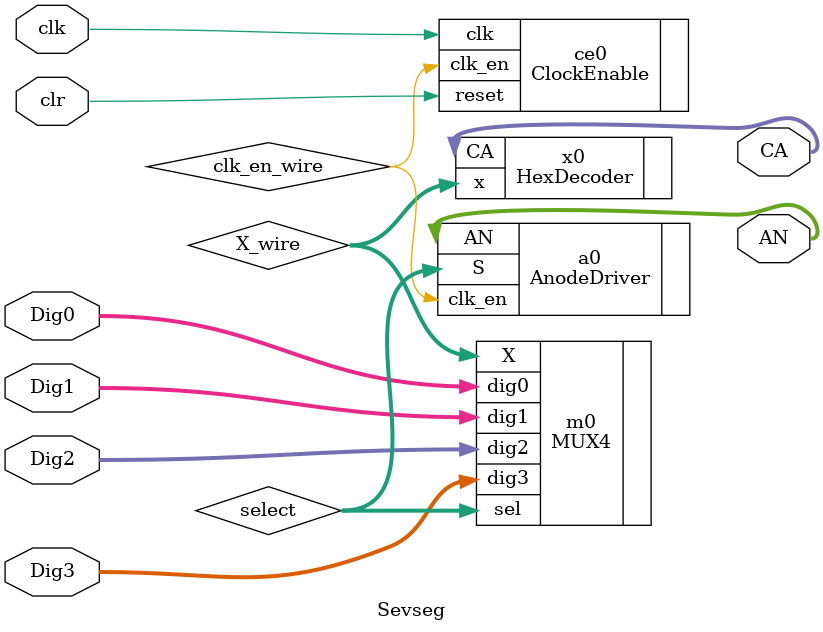
<source format=v>
`timescale 1ns / 1ps

module Sevseg(
    input [3:0] Dig0,
    input [3:0] Dig1,
    input [3:0] Dig2,
    input [3:0] Dig3,
    input clr,
    input clk,
    output [3:0] AN,
    output [6:0] CA
    );
    
    
    wire [1:0] select;
    wire clk_en_wire;
    wire [3:0] X_wire;

    
    ClockEnable ce0 (.clk(clk), .clk_en(clk_en_wire), .reset(clr));
    AnodeDriver a0 (.clk_en(clk_en_wire), .AN(AN), .S(select));
    MUX4 m0 (.dig0(Dig0), .dig1(Dig1), .dig2(Dig2), .dig3(Dig3), .sel(select), .X(X_wire));
    HexDecoder x0 (.x(X_wire), .CA(CA));
    
endmodule

</source>
